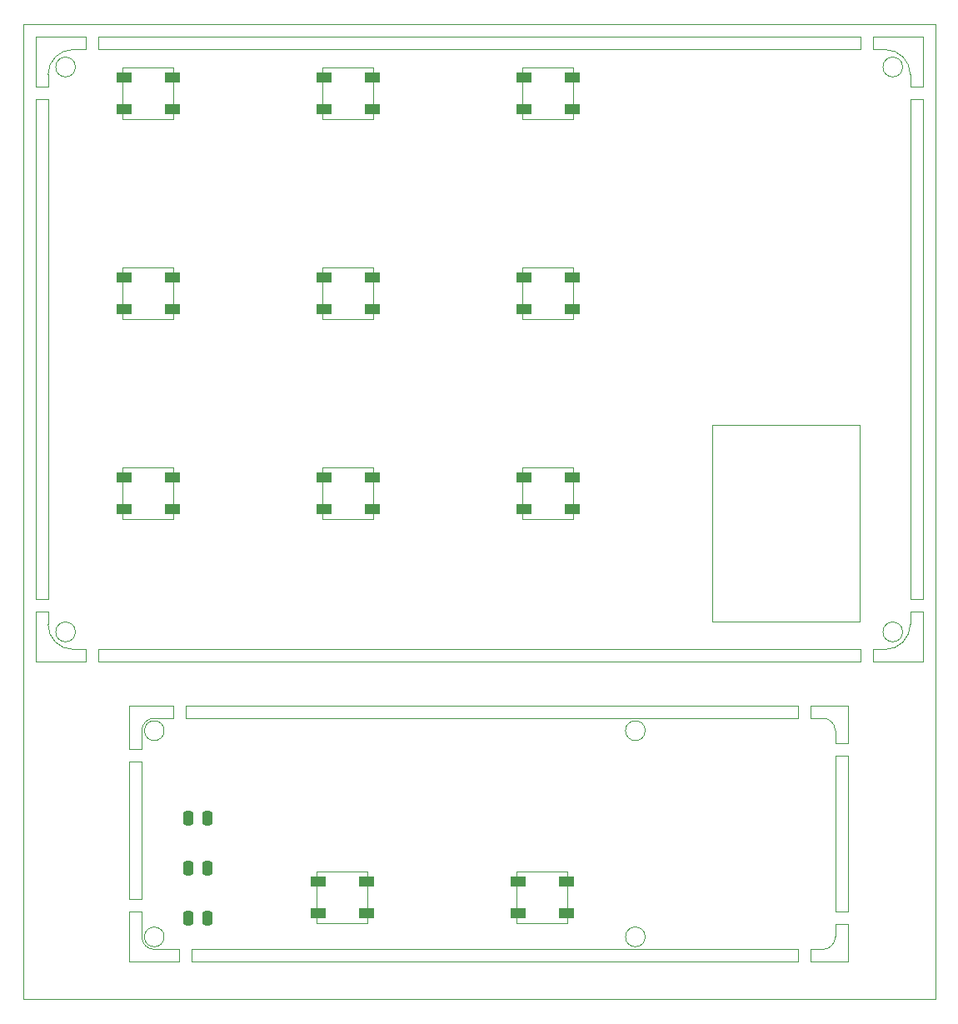
<source format=gbr>
%TF.GenerationSoftware,KiCad,Pcbnew,(6.0.5)*%
%TF.CreationDate,2022-06-14T18:11:56+08:00*%
%TF.ProjectId,keyboard_V4___,6b657962-6f61-4726-945f-56345f087f2e,rev?*%
%TF.SameCoordinates,Original*%
%TF.FileFunction,Paste,Bot*%
%TF.FilePolarity,Positive*%
%FSLAX46Y46*%
G04 Gerber Fmt 4.6, Leading zero omitted, Abs format (unit mm)*
G04 Created by KiCad (PCBNEW (6.0.5)) date 2022-06-14 18:11:56*
%MOMM*%
%LPD*%
G01*
G04 APERTURE LIST*
G04 Aperture macros list*
%AMRoundRect*
0 Rectangle with rounded corners*
0 $1 Rounding radius*
0 $2 $3 $4 $5 $6 $7 $8 $9 X,Y pos of 4 corners*
0 Add a 4 corners polygon primitive as box body*
4,1,4,$2,$3,$4,$5,$6,$7,$8,$9,$2,$3,0*
0 Add four circle primitives for the rounded corners*
1,1,$1+$1,$2,$3*
1,1,$1+$1,$4,$5*
1,1,$1+$1,$6,$7*
1,1,$1+$1,$8,$9*
0 Add four rect primitives between the rounded corners*
20,1,$1+$1,$2,$3,$4,$5,0*
20,1,$1+$1,$4,$5,$6,$7,0*
20,1,$1+$1,$6,$7,$8,$9,0*
20,1,$1+$1,$8,$9,$2,$3,0*%
G04 Aperture macros list end*
%TA.AperFunction,Profile*%
%ADD10C,0.050000*%
%TD*%
%ADD11RoundRect,0.250000X0.250000X0.475000X-0.250000X0.475000X-0.250000X-0.475000X0.250000X-0.475000X0*%
%ADD12R,1.500000X1.000000*%
G04 APERTURE END LIST*
D10*
X110490000Y-125095000D02*
G75*
G03*
X109220000Y-123825000I-1270000J0D01*
G01*
X40005000Y-146050000D02*
G75*
G03*
X41275000Y-147320000I1270000J0D01*
G01*
X119380000Y-60960000D02*
X118110000Y-60960000D01*
X114300000Y-116840000D02*
X114300000Y-118110000D01*
X30480000Y-113030000D02*
X30480000Y-114300000D01*
X106680000Y-148590000D02*
X106680000Y-147320000D01*
X44450000Y-122555000D02*
X44450000Y-123825000D01*
X40005000Y-125095000D02*
X40005000Y-127000000D01*
X111760000Y-148590000D02*
X111760000Y-144780000D01*
X43241538Y-103567747D02*
X38059938Y-103567747D01*
X38059938Y-103567747D02*
X38059938Y-98356147D01*
X38059938Y-98356147D02*
X43241538Y-98356147D01*
X43241538Y-98356147D02*
X43241538Y-103567747D01*
X110490000Y-126365000D02*
X110490000Y-125095000D01*
X109220000Y-147320000D02*
G75*
G03*
X110490000Y-146050000I0J1270000D01*
G01*
X119380000Y-111760000D02*
X119380000Y-60960000D01*
X113030000Y-55880000D02*
X35560000Y-55880000D01*
X118110000Y-111760000D02*
X119380000Y-111760000D01*
X57789200Y-139414200D02*
X62970800Y-139414200D01*
X62970800Y-139414200D02*
X62970800Y-144666600D01*
X62970800Y-144666600D02*
X57789200Y-144666600D01*
X57789200Y-144666600D02*
X57789200Y-139414200D01*
X113030000Y-55880000D02*
X113030000Y-54610000D01*
X29210000Y-54610000D02*
X29210000Y-59690000D01*
X107950000Y-147320000D02*
X107950000Y-148590000D01*
X35560000Y-116840000D02*
X35560000Y-118110000D01*
X34290000Y-54610000D02*
X34290000Y-55880000D01*
X83870800Y-83235800D02*
X78689200Y-83235800D01*
X78689200Y-83235800D02*
X78689200Y-78054200D01*
X78689200Y-78054200D02*
X83870800Y-78054200D01*
X83870800Y-78054200D02*
X83870800Y-83235800D01*
X40005000Y-128270000D02*
X40005000Y-142240000D01*
X27940000Y-53340000D02*
X120650000Y-53340000D01*
X120650000Y-53340000D02*
X120650000Y-152400000D01*
X120650000Y-152400000D02*
X27940000Y-152400000D01*
X27940000Y-152400000D02*
X27940000Y-53340000D01*
X40005000Y-143510000D02*
X40005000Y-146050000D01*
X114300000Y-55880000D02*
X114300000Y-54610000D01*
X117332000Y-57658000D02*
G75*
G03*
X117332000Y-57658000I-1000000J0D01*
G01*
X110490000Y-144780000D02*
X110490000Y-146050000D01*
X38735000Y-142240000D02*
X38735000Y-128270000D01*
X110490000Y-143510000D02*
X111760000Y-143510000D01*
X111760000Y-143510000D02*
X111760000Y-127635000D01*
X34290000Y-54610000D02*
X29210000Y-54610000D01*
X30480000Y-60960000D02*
X29210000Y-60960000D01*
X83876806Y-103618547D02*
X78695206Y-103618547D01*
X78695206Y-103618547D02*
X78695206Y-98315347D01*
X78695206Y-98315347D02*
X83876806Y-98315347D01*
X83876806Y-98315347D02*
X83876806Y-103618547D01*
X35560000Y-54610000D02*
X35560000Y-55880000D01*
X43241538Y-83255800D02*
X38059938Y-83255800D01*
X38059938Y-83255800D02*
X38059938Y-78054200D01*
X38059938Y-78054200D02*
X43241538Y-78054200D01*
X43241538Y-78054200D02*
X43241538Y-83255800D01*
X111760000Y-144780000D02*
X110490000Y-144780000D01*
X38735000Y-143510000D02*
X40005000Y-143510000D01*
X91170000Y-146050000D02*
G75*
G03*
X91170000Y-146050000I-1000000J0D01*
G01*
X30480000Y-59690000D02*
X30480000Y-58420000D01*
X29210000Y-60960000D02*
X29210000Y-111760000D01*
X119380000Y-54610000D02*
X119380000Y-59690000D01*
X63559172Y-83255800D02*
X58377572Y-83255800D01*
X58377572Y-83255800D02*
X58377572Y-78054200D01*
X58377572Y-78054200D02*
X63559172Y-78054200D01*
X63559172Y-78054200D02*
X63559172Y-83255800D01*
X63550800Y-103575000D02*
X58369200Y-103575000D01*
X58369200Y-103575000D02*
X58369200Y-98322600D01*
X58369200Y-98322600D02*
X63550800Y-98322600D01*
X63550800Y-98322600D02*
X63550800Y-103575000D01*
X33020000Y-55880000D02*
X34290000Y-55880000D01*
X43815000Y-148590000D02*
X43815000Y-147320000D01*
X119380000Y-118110000D02*
X119380000Y-113030000D01*
X43180000Y-123825000D02*
X41275000Y-123825000D01*
X115570000Y-55880000D02*
X114300000Y-55880000D01*
X117332000Y-115062000D02*
G75*
G03*
X117332000Y-115062000I-1000000J0D01*
G01*
X41275000Y-123825000D02*
G75*
G03*
X40005000Y-125095000I0J-1270000D01*
G01*
X40005000Y-127000000D02*
X38735000Y-127000000D01*
X114300000Y-54610000D02*
X119380000Y-54610000D01*
X78109200Y-139398800D02*
X83290800Y-139398800D01*
X83290800Y-139398800D02*
X83290800Y-144651200D01*
X83290800Y-144651200D02*
X78109200Y-144651200D01*
X78109200Y-144651200D02*
X78109200Y-139398800D01*
X118110000Y-60960000D02*
X118110000Y-111760000D01*
X113030000Y-54610000D02*
X35560000Y-54610000D01*
X30480000Y-60960000D02*
X30480000Y-111760000D01*
X106680000Y-147320000D02*
X45085000Y-147320000D01*
X44450000Y-123825000D02*
X106680000Y-123825000D01*
X30480000Y-114300000D02*
G75*
G03*
X33020000Y-116840000I2540000J0D01*
G01*
X42275000Y-125095000D02*
G75*
G03*
X42275000Y-125095000I-1000000J0D01*
G01*
X45085000Y-147320000D02*
X45085000Y-148590000D01*
X110490000Y-127635000D02*
X110490000Y-143510000D01*
X111760000Y-122555000D02*
X111760000Y-126365000D01*
X30480000Y-113030000D02*
X29210000Y-113030000D01*
X107950000Y-148590000D02*
X111760000Y-148590000D01*
X43230800Y-62935800D02*
X38049200Y-62935800D01*
X38049200Y-62935800D02*
X38049200Y-57714200D01*
X38049200Y-57714200D02*
X43230800Y-57714200D01*
X43230800Y-57714200D02*
X43230800Y-62935800D01*
X34290000Y-118110000D02*
X34290000Y-116840000D01*
X38735000Y-122555000D02*
X43180000Y-122555000D01*
X29210000Y-111760000D02*
X30480000Y-111760000D01*
X40005000Y-142240000D02*
X38735000Y-142240000D01*
X111760000Y-127635000D02*
X110490000Y-127635000D01*
X113030000Y-118110000D02*
X113030000Y-116840000D01*
X119380000Y-59690000D02*
X118110000Y-59690000D01*
X106680000Y-122555000D02*
X44450000Y-122555000D01*
X43815000Y-147320000D02*
X41275000Y-147320000D01*
X45085000Y-148590000D02*
X106680000Y-148590000D01*
X115570000Y-116840000D02*
X114300000Y-116840000D01*
X118110000Y-58420000D02*
X118110000Y-59690000D01*
X114300000Y-118110000D02*
X119380000Y-118110000D01*
X109220000Y-123825000D02*
X107950000Y-123825000D01*
X35560000Y-116840000D02*
X113030000Y-116840000D01*
X29210000Y-113030000D02*
X29210000Y-118110000D01*
X107950000Y-123825000D02*
X107950000Y-122555000D01*
X34290000Y-116840000D02*
X33020000Y-116840000D01*
X83870800Y-62925800D02*
X78689200Y-62925800D01*
X78689200Y-62925800D02*
X78689200Y-57683400D01*
X78689200Y-57683400D02*
X83870800Y-57683400D01*
X83870800Y-57683400D02*
X83870800Y-62925800D01*
X38735000Y-127000000D02*
X38735000Y-122555000D01*
X107950000Y-122555000D02*
X111760000Y-122555000D01*
X35560000Y-118110000D02*
X113030000Y-118110000D01*
X33258000Y-57658000D02*
G75*
G03*
X33258000Y-57658000I-1000000J0D01*
G01*
X38735000Y-143510000D02*
X38735000Y-148590000D01*
X91170000Y-125095000D02*
G75*
G03*
X91170000Y-125095000I-1000000J0D01*
G01*
X29210000Y-118110000D02*
X34290000Y-118110000D01*
X33020000Y-55880000D02*
G75*
G03*
X30480000Y-58420000I0J-2540000D01*
G01*
X118110000Y-58420000D02*
G75*
G03*
X115570000Y-55880000I-2540000J0D01*
G01*
X63550800Y-62935800D02*
X58369200Y-62935800D01*
X58369200Y-62935800D02*
X58369200Y-57714200D01*
X58369200Y-57714200D02*
X63550800Y-57714200D01*
X63550800Y-57714200D02*
X63550800Y-62935800D01*
X98000000Y-94000000D02*
X113000000Y-94000000D01*
X113000000Y-94000000D02*
X113000000Y-114000000D01*
X113000000Y-114000000D02*
X98000000Y-114000000D01*
X98000000Y-114000000D02*
X98000000Y-94000000D01*
X29210000Y-59690000D02*
X30480000Y-59690000D01*
X43180000Y-122555000D02*
X43180000Y-123825000D01*
X106680000Y-123825000D02*
X106680000Y-122555000D01*
X42275000Y-146050000D02*
G75*
G03*
X42275000Y-146050000I-1000000J0D01*
G01*
X118110000Y-113030000D02*
X118110000Y-114300000D01*
X115570000Y-116840000D02*
G75*
G03*
X118110000Y-114300000I0J2540000D01*
G01*
X33258000Y-115062000D02*
G75*
G03*
X33258000Y-115062000I-1000000J0D01*
G01*
X38735000Y-148590000D02*
X43815000Y-148590000D01*
X109220000Y-147320000D02*
X107950000Y-147320000D01*
X119380000Y-113030000D02*
X118110000Y-113030000D01*
X111760000Y-126365000D02*
X110490000Y-126365000D01*
X38735000Y-128270000D02*
X40005000Y-128270000D01*
D11*
%TO.C,TS4148*%
X46670000Y-139065000D03*
X44770000Y-139065000D03*
%TD*%
D12*
%TO.C,RGB*%
X63410000Y-58725000D03*
X63410000Y-61925000D03*
X58510000Y-61925000D03*
X58510000Y-58725000D03*
%TD*%
%TO.C,RGB*%
X43090000Y-99365000D03*
X43090000Y-102565000D03*
X38190000Y-102565000D03*
X38190000Y-99365000D03*
%TD*%
%TO.C,RGB*%
X43090000Y-58725000D03*
X43090000Y-61925000D03*
X38190000Y-61925000D03*
X38190000Y-58725000D03*
%TD*%
%TO.C,RGB*%
X63410000Y-99365000D03*
X63410000Y-102565000D03*
X58510000Y-102565000D03*
X58510000Y-99365000D03*
%TD*%
%TO.C,RGB*%
X83730000Y-99365000D03*
X83730000Y-102565000D03*
X78830000Y-102565000D03*
X78830000Y-99365000D03*
%TD*%
%TO.C,RGB*%
X83730000Y-58725000D03*
X83730000Y-61925000D03*
X78830000Y-61925000D03*
X78830000Y-58725000D03*
%TD*%
%TO.C,RGB*%
X58519332Y-82252780D03*
X58519332Y-79052780D03*
X63419332Y-79052780D03*
X63419332Y-82252780D03*
%TD*%
%TO.C,RGB*%
X38195771Y-82252780D03*
X38195771Y-79052780D03*
X43095771Y-79052780D03*
X43095771Y-82252780D03*
%TD*%
%TO.C,RGB*%
X78830000Y-82245000D03*
X78830000Y-79045000D03*
X83730000Y-79045000D03*
X83730000Y-82245000D03*
%TD*%
D11*
%TO.C,TS4148*%
X46670000Y-133985000D03*
X44770000Y-133985000D03*
%TD*%
%TO.C,TS4148*%
X46670000Y-144145000D03*
X44770000Y-144145000D03*
%TD*%
D12*
%TO.C,RGB*%
X57930000Y-143615000D03*
X57930000Y-140415000D03*
X62830000Y-140415000D03*
X62830000Y-143615000D03*
%TD*%
%TO.C,RGB*%
X78250000Y-143615000D03*
X78250000Y-140415000D03*
X83150000Y-140415000D03*
X83150000Y-143615000D03*
%TD*%
M02*

</source>
